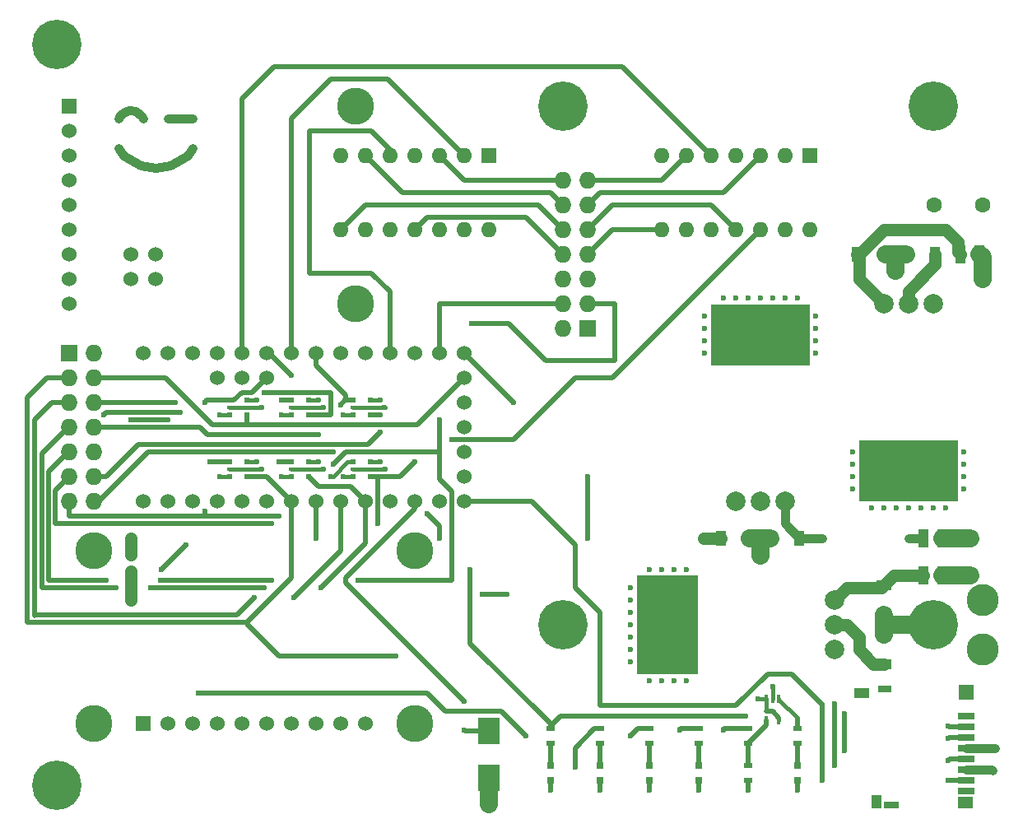
<source format=gbr>
G04 #@! TF.FileFunction,Copper,L1,Top,Signal*
%FSLAX46Y46*%
G04 Gerber Fmt 4.6, Leading zero omitted, Abs format (unit mm)*
G04 Created by KiCad (PCBNEW 4.0.6) date Tuesday, June 20, 2017 'PMt' 02:00:50 PM*
%MOMM*%
%LPD*%
G01*
G04 APERTURE LIST*
%ADD10C,0.100000*%
%ADD11R,1.600000X1.600000*%
%ADD12O,1.600000X1.600000*%
%ADD13R,1.000000X1.600000*%
%ADD14R,1.600000X1.000000*%
%ADD15C,1.524000*%
%ADD16R,0.400000X0.900000*%
%ADD17R,0.600000X0.600000*%
%ADD18R,0.600000X0.400000*%
%ADD19R,0.800000X0.600000*%
%ADD20R,1.000000X1.900000*%
%ADD21C,3.810000*%
%ADD22R,1.524000X1.524000*%
%ADD23C,3.300000*%
%ADD24R,0.797560X0.797560*%
%ADD25R,0.900000X0.500000*%
%ADD26R,2.160000X2.754000*%
%ADD27R,1.400000X0.800000*%
%ADD28R,1.550000X1.000000*%
%ADD29R,1.000000X1.450000*%
%ADD30R,1.500000X0.800000*%
%ADD31R,1.750000X0.700000*%
%ADD32R,1.500000X1.300000*%
%ADD33R,1.500000X1.500000*%
%ADD34C,5.080000*%
%ADD35R,1.727200X1.727200*%
%ADD36O,1.727200X1.727200*%
%ADD37C,0.600000*%
%ADD38C,2.000000*%
%ADD39R,10.160000X6.350000*%
%ADD40R,6.350000X10.160000*%
%ADD41C,1.600000*%
%ADD42C,0.890000*%
%ADD43C,1.900000*%
%ADD44C,0.500000*%
%ADD45C,0.400000*%
%ADD46C,1.270000*%
G04 APERTURE END LIST*
D10*
D11*
X165100000Y-78740000D03*
D12*
X149860000Y-86360000D03*
X162560000Y-78740000D03*
X152400000Y-86360000D03*
X160020000Y-78740000D03*
X154940000Y-86360000D03*
X157480000Y-78740000D03*
X157480000Y-86360000D03*
X154940000Y-78740000D03*
X160020000Y-86360000D03*
X152400000Y-78740000D03*
X162560000Y-86360000D03*
X149860000Y-78740000D03*
X165100000Y-86360000D03*
D11*
X198120000Y-78740000D03*
D12*
X182880000Y-86360000D03*
X195580000Y-78740000D03*
X185420000Y-86360000D03*
X193040000Y-78740000D03*
X187960000Y-86360000D03*
X190500000Y-78740000D03*
X190500000Y-86360000D03*
X187960000Y-78740000D03*
X193040000Y-86360000D03*
X185420000Y-78740000D03*
X195580000Y-86360000D03*
X182880000Y-78740000D03*
X198120000Y-86360000D03*
D13*
X211050000Y-88900000D03*
X208050000Y-88900000D03*
X202970000Y-88900000D03*
X205970000Y-88900000D03*
X189000000Y-118110000D03*
X192000000Y-118110000D03*
X197080000Y-118110000D03*
X194080000Y-118110000D03*
D14*
X205740000Y-131040000D03*
X205740000Y-128040000D03*
X205740000Y-122960000D03*
X205740000Y-125960000D03*
D15*
X128270000Y-88900000D03*
X130810000Y-88900000D03*
X128270000Y-91440000D03*
X130810000Y-91440000D03*
D16*
X193675000Y-134620000D03*
X194325000Y-134620000D03*
X194975000Y-134620000D03*
X194975000Y-136820000D03*
X193675000Y-136820000D03*
D17*
X138430000Y-111760000D03*
D18*
X138430000Y-111010000D03*
D17*
X138430000Y-110260000D03*
X140230000Y-110260000D03*
D18*
X140230000Y-111010000D03*
D17*
X140230000Y-111760000D03*
X144780000Y-111760000D03*
D18*
X144780000Y-111010000D03*
D17*
X144780000Y-110260000D03*
X146580000Y-110260000D03*
D18*
X146580000Y-111010000D03*
D17*
X146580000Y-111760000D03*
X151130000Y-111760000D03*
D18*
X151130000Y-111010000D03*
D17*
X151130000Y-110260000D03*
X152930000Y-110260000D03*
D18*
X152930000Y-111010000D03*
D17*
X152930000Y-111760000D03*
X151130000Y-105410000D03*
D18*
X151130000Y-104660000D03*
D17*
X151130000Y-103910000D03*
X152930000Y-103910000D03*
D18*
X152930000Y-104660000D03*
D17*
X152930000Y-105410000D03*
X144780000Y-105410000D03*
D18*
X144780000Y-104660000D03*
D17*
X144780000Y-103910000D03*
X146580000Y-103910000D03*
D18*
X146580000Y-104660000D03*
D17*
X146580000Y-105410000D03*
X138430000Y-105410000D03*
D18*
X138430000Y-104660000D03*
D17*
X138430000Y-103910000D03*
X140230000Y-103910000D03*
D18*
X140230000Y-104660000D03*
D17*
X140230000Y-105410000D03*
D19*
X128270000Y-119800000D03*
X128270000Y-121500000D03*
D20*
X211820000Y-118110000D03*
X209820000Y-118110000D03*
X211820000Y-121920000D03*
X209820000Y-121920000D03*
D21*
X151384000Y-73660000D03*
X151384000Y-93980000D03*
D22*
X121920000Y-73660000D03*
D15*
X121920000Y-76200000D03*
X121920000Y-78740000D03*
X121920000Y-81280000D03*
X121920000Y-83820000D03*
X121920000Y-86360000D03*
X121920000Y-88900000D03*
X121920000Y-91440000D03*
X121920000Y-93980000D03*
D21*
X124460000Y-137160000D03*
X124460000Y-119380000D03*
X157480000Y-119380000D03*
X157480000Y-137160000D03*
D22*
X129540000Y-137160000D03*
D15*
X132080000Y-137160000D03*
X134620000Y-137160000D03*
X137160000Y-137160000D03*
X139700000Y-137160000D03*
X142240000Y-137160000D03*
X144780000Y-137160000D03*
X147320000Y-137160000D03*
X149860000Y-137160000D03*
X152400000Y-137160000D03*
D23*
X215900000Y-129540000D03*
X215900000Y-124460000D03*
D24*
X171450000Y-141490700D03*
X171450000Y-142989300D03*
X176530000Y-141490700D03*
X176530000Y-142989300D03*
X181610000Y-141490700D03*
X181610000Y-142989300D03*
X186690000Y-141490700D03*
X186690000Y-142989300D03*
X196850000Y-141490700D03*
X196850000Y-142989300D03*
D25*
X171450000Y-139180000D03*
X171450000Y-137680000D03*
X176530000Y-139180000D03*
X176530000Y-137680000D03*
X181610000Y-139180000D03*
X181610000Y-137680000D03*
X186690000Y-139180000D03*
X186690000Y-137680000D03*
X196850000Y-139180000D03*
X196850000Y-137680000D03*
X191770000Y-139180000D03*
X191770000Y-137680000D03*
X191770000Y-142990000D03*
X191770000Y-141490000D03*
D26*
X165100000Y-142748000D03*
X165100000Y-137922000D03*
D27*
X205880000Y-133600000D03*
D28*
X203455000Y-134000000D03*
D29*
X205030000Y-145225000D03*
D30*
X206530000Y-145550000D03*
D31*
X214255000Y-144100000D03*
X214255000Y-143000000D03*
X214255000Y-141900000D03*
X214255000Y-140800000D03*
X214255000Y-139700000D03*
X214255000Y-138600000D03*
X214255000Y-137500000D03*
X214255000Y-136400000D03*
D32*
X214130000Y-145300000D03*
D33*
X214280000Y-133950000D03*
D34*
X172720000Y-127000000D03*
X210820000Y-127000000D03*
X210820000Y-73660000D03*
D35*
X175260000Y-96520000D03*
D36*
X172720000Y-96520000D03*
X175260000Y-93980000D03*
X172720000Y-93980000D03*
X175260000Y-91440000D03*
X172720000Y-91440000D03*
X175260000Y-88900000D03*
X172720000Y-88900000D03*
X175260000Y-86360000D03*
X172720000Y-86360000D03*
X175260000Y-83820000D03*
X172720000Y-83820000D03*
X175260000Y-81280000D03*
X172720000Y-81280000D03*
D34*
X172720000Y-73660000D03*
D35*
X121920000Y-99060000D03*
D36*
X124460000Y-99060000D03*
X121920000Y-101600000D03*
X124460000Y-101600000D03*
X121920000Y-104140000D03*
X124460000Y-104140000D03*
X121920000Y-106680000D03*
X124460000Y-106680000D03*
X121920000Y-109220000D03*
X124460000Y-109220000D03*
X121920000Y-111760000D03*
X124460000Y-111760000D03*
X121920000Y-114300000D03*
X124460000Y-114300000D03*
D34*
X120650000Y-67310000D03*
X120650000Y-143510000D03*
D37*
X204470000Y-114935000D03*
X205740000Y-114935000D03*
X207010000Y-114935000D03*
X212090000Y-114935000D03*
X210820000Y-114935000D03*
X209550000Y-114935000D03*
X208280000Y-114935000D03*
X213995000Y-113030000D03*
X213995000Y-111760000D03*
X213995000Y-110490000D03*
X213995000Y-109220000D03*
X202565000Y-109220000D03*
X202565000Y-110490000D03*
X202565000Y-111760000D03*
X202565000Y-113030000D03*
D38*
X210820000Y-93980000D03*
X208280000Y-93980000D03*
X205740000Y-93980000D03*
D39*
X208280000Y-111125000D03*
D37*
X196850000Y-93345000D03*
X195580000Y-93345000D03*
X194310000Y-93345000D03*
X189230000Y-93345000D03*
X190500000Y-93345000D03*
X191770000Y-93345000D03*
X193040000Y-93345000D03*
X187325000Y-95250000D03*
X187325000Y-96520000D03*
X187325000Y-97790000D03*
X187325000Y-99060000D03*
X198755000Y-99060000D03*
X198755000Y-97790000D03*
X198755000Y-96520000D03*
X198755000Y-95250000D03*
D38*
X190500000Y-114300000D03*
X193040000Y-114300000D03*
X195580000Y-114300000D03*
D39*
X193040000Y-97155000D03*
D37*
X179705000Y-123190000D03*
X179705000Y-124460000D03*
X179705000Y-125730000D03*
X179705000Y-130810000D03*
X179705000Y-129540000D03*
X179705000Y-128270000D03*
X179705000Y-127000000D03*
X181610000Y-132715000D03*
X182880000Y-132715000D03*
X184150000Y-132715000D03*
X185420000Y-132715000D03*
X185420000Y-121285000D03*
X184150000Y-121285000D03*
X182880000Y-121285000D03*
X181610000Y-121285000D03*
D38*
X200660000Y-129540000D03*
X200660000Y-127000000D03*
X200660000Y-124460000D03*
D40*
X183515000Y-127000000D03*
D20*
X215630000Y-88900000D03*
X213630000Y-88900000D03*
D41*
X215900000Y-83820000D03*
X210900000Y-83820000D03*
D15*
X129540000Y-114300000D03*
X132080000Y-114300000D03*
X134620000Y-114300000D03*
X137160000Y-114300000D03*
X139700000Y-114300000D03*
X142240000Y-114300000D03*
X144780000Y-114300000D03*
X147320000Y-114300000D03*
X149860000Y-114300000D03*
X152400000Y-114300000D03*
X154940000Y-114300000D03*
X157480000Y-114300000D03*
X160020000Y-114300000D03*
X162560000Y-114300000D03*
X162560000Y-99060000D03*
X160020000Y-99060000D03*
X157480000Y-99060000D03*
X154940000Y-99060000D03*
X152400000Y-99060000D03*
X149860000Y-99060000D03*
X147320000Y-99060000D03*
X144780000Y-99060000D03*
X142240000Y-99060000D03*
X139700000Y-99060000D03*
X137160000Y-99060000D03*
X134620000Y-99060000D03*
X132080000Y-99060000D03*
X129540000Y-99060000D03*
X137160000Y-101600000D03*
X139700000Y-101600000D03*
X142240000Y-101600000D03*
X162560000Y-101600000D03*
X162560000Y-104140000D03*
X162560000Y-106680000D03*
X162560000Y-109220000D03*
X162560000Y-111760000D03*
D37*
X165100000Y-145415000D03*
X176530000Y-144018000D03*
X171450000Y-144018000D03*
X181610000Y-144018000D03*
X186690000Y-144018000D03*
X191770000Y-144018000D03*
X196850000Y-144018000D03*
X194310000Y-133350000D03*
X193040000Y-119888000D03*
X150114000Y-111760000D03*
X153924000Y-110236000D03*
X143764000Y-111760000D03*
X147574000Y-110236000D03*
X141224000Y-110236000D03*
X137414000Y-111760000D03*
X153924000Y-103886000D03*
X150114000Y-105410000D03*
X147574000Y-103886000D03*
X143764000Y-105410000D03*
X141224000Y-103886000D03*
X137414000Y-105410000D03*
X216916000Y-141986000D03*
X207000000Y-90600000D03*
X147320000Y-118110000D03*
X192786000Y-134620000D03*
X217170000Y-139700000D03*
X128270000Y-124460000D03*
X161290000Y-107950000D03*
X164465000Y-123825000D03*
X167005000Y-123825000D03*
X187198000Y-118110000D03*
X141732000Y-104648000D03*
X154432000Y-110998000D03*
X148082000Y-110998000D03*
X141732000Y-110998000D03*
X154420000Y-104660000D03*
X148082000Y-104648000D03*
X140970000Y-124206000D03*
X136398000Y-110236000D03*
X145034000Y-124206000D03*
X155575000Y-130175000D03*
X184785000Y-137795000D03*
X143510000Y-110236000D03*
X149098000Y-110490000D03*
X151638000Y-122428000D03*
X142748000Y-122428000D03*
X131318000Y-122428000D03*
X125730000Y-122428000D03*
X160020000Y-105918000D03*
X126746000Y-123190000D03*
X130302000Y-123190000D03*
X141986000Y-123190000D03*
X147828000Y-123190000D03*
X173990000Y-141605000D03*
X135890000Y-115316000D03*
X143510000Y-115824000D03*
X148844000Y-111760000D03*
X163322000Y-96012000D03*
X157480000Y-110236000D03*
X153670000Y-116586000D03*
X142748000Y-116586000D03*
X149860000Y-104394000D03*
X149098000Y-109220000D03*
X144780000Y-101346000D03*
X153924000Y-107188000D03*
X153924000Y-105410000D03*
X143764000Y-103886000D03*
X141986000Y-103124000D03*
X147574000Y-105410000D03*
X147574000Y-107442000D03*
X135890000Y-104140000D03*
X132842000Y-104140000D03*
X128270000Y-118110000D03*
X179705000Y-138430000D03*
X168910000Y-138430000D03*
X135255000Y-133985000D03*
X131445000Y-121285000D03*
X133985000Y-118745000D03*
X128270000Y-105918000D03*
X132080000Y-105918000D03*
X125476000Y-105410000D03*
X133350000Y-105156000D03*
X212344000Y-138684000D03*
X191516000Y-136398000D03*
X201676000Y-139954000D03*
X201676000Y-136144000D03*
X163195000Y-121285000D03*
X160020000Y-118110000D03*
X158750000Y-115570000D03*
X199390000Y-143002000D03*
X212344000Y-143002000D03*
X175260000Y-118110000D03*
X167640000Y-104140000D03*
X175260000Y-111760000D03*
X212344000Y-140970000D03*
X200660000Y-141478000D03*
X200660000Y-135128000D03*
X162560000Y-134874000D03*
X212344000Y-137414000D03*
X162560000Y-137795000D03*
X199390000Y-118110000D03*
X208280000Y-118110000D03*
X189230000Y-137795000D03*
X214630000Y-121920000D03*
X214630000Y-118110000D03*
X215900000Y-91440000D03*
D42*
X134620000Y-77978000D02*
X134112000Y-78740000D01*
X127508000Y-78740000D02*
X129286000Y-79756000D01*
X129286000Y-79756000D02*
X130810000Y-80010000D01*
X130810000Y-80010000D02*
X132334000Y-79756000D01*
X132334000Y-79756000D02*
X134112000Y-78740000D01*
X127000000Y-77978000D02*
X127508000Y-78740000D01*
X129540000Y-74930000D02*
X129387600Y-74625200D01*
X127193040Y-74594720D02*
X127000000Y-74930000D01*
X127762000Y-74168000D02*
X127193040Y-74594720D01*
X128259840Y-74096880D02*
X127762000Y-74168000D01*
X128778000Y-74168000D02*
X128259840Y-74096880D01*
X129387600Y-74625200D02*
X128778000Y-74168000D01*
X134620000Y-74930000D02*
X132080000Y-74930000D01*
D43*
X165100000Y-142748000D02*
X165100000Y-145415000D01*
D44*
X176530000Y-142989300D02*
X176530000Y-144018000D01*
X171450000Y-142989300D02*
X171450000Y-144018000D01*
X181610000Y-142989300D02*
X181610000Y-144018000D01*
X186690000Y-142989300D02*
X186690000Y-144018000D01*
X191770000Y-142990000D02*
X191770000Y-144018000D01*
X196850000Y-142989300D02*
X196850000Y-144018000D01*
D45*
X194325000Y-134620000D02*
X194325000Y-133365000D01*
X194325000Y-133365000D02*
X194310000Y-133350000D01*
D43*
X193040000Y-118110000D02*
X193040000Y-119888000D01*
D45*
X151130000Y-111760000D02*
X150114000Y-111760000D01*
X152930000Y-110260000D02*
X153900000Y-110260000D01*
X153900000Y-110260000D02*
X153924000Y-110236000D01*
X144780000Y-111760000D02*
X143764000Y-111760000D01*
X146580000Y-110260000D02*
X147550000Y-110260000D01*
X147550000Y-110260000D02*
X147574000Y-110236000D01*
X140230000Y-110260000D02*
X141200000Y-110260000D01*
X141200000Y-110260000D02*
X141224000Y-110236000D01*
X138430000Y-111760000D02*
X137414000Y-111760000D01*
X152930000Y-103910000D02*
X153900000Y-103910000D01*
X153900000Y-103910000D02*
X153924000Y-103886000D01*
X151130000Y-105410000D02*
X150114000Y-105410000D01*
X146580000Y-103910000D02*
X147550000Y-103910000D01*
X147550000Y-103910000D02*
X147574000Y-103886000D01*
X144780000Y-105410000D02*
X143764000Y-105410000D01*
X140230000Y-103910000D02*
X141200000Y-103910000D01*
X141200000Y-103910000D02*
X141224000Y-103886000D01*
X138430000Y-105410000D02*
X137414000Y-105410000D01*
D43*
X192000000Y-118110000D02*
X193040000Y-118110000D01*
X193040000Y-118110000D02*
X194080000Y-118110000D01*
D42*
X214255000Y-141900000D02*
X216830000Y-141900000D01*
X216830000Y-141900000D02*
X216916000Y-141986000D01*
D43*
X205740000Y-125960000D02*
X205740000Y-128040000D01*
X205740000Y-128040000D02*
X205740000Y-127000000D01*
X205740000Y-127000000D02*
X210820000Y-127000000D01*
X207010000Y-88900000D02*
X207000000Y-90600000D01*
X208050000Y-88900000D02*
X207010000Y-88900000D01*
X207010000Y-88900000D02*
X205970000Y-88900000D01*
D44*
X149860000Y-86360000D02*
X152400000Y-83820000D01*
X170180000Y-83820000D02*
X172720000Y-86360000D01*
X152400000Y-83820000D02*
X170180000Y-83820000D01*
X144780000Y-99060000D02*
X144780000Y-74930000D01*
X154686000Y-70866000D02*
X162560000Y-78740000D01*
X148844000Y-70866000D02*
X154686000Y-70866000D01*
X144780000Y-74930000D02*
X148844000Y-70866000D01*
X147320000Y-118110000D02*
X147320000Y-114300000D01*
X160020000Y-78740000D02*
X162560000Y-81280000D01*
X162560000Y-81280000D02*
X172720000Y-81280000D01*
X157480000Y-86360000D02*
X158750000Y-85090000D01*
X168910000Y-85090000D02*
X172720000Y-88900000D01*
X158750000Y-85090000D02*
X168910000Y-85090000D01*
X154940000Y-99060000D02*
X154940000Y-92710000D01*
X153035000Y-76200000D02*
X154940000Y-78105000D01*
X146685000Y-76200000D02*
X153035000Y-76200000D01*
X146685000Y-90805000D02*
X146685000Y-76200000D01*
X153035000Y-90805000D02*
X146685000Y-90805000D01*
X154940000Y-92710000D02*
X153035000Y-90805000D01*
X154940000Y-78105000D02*
X154940000Y-78740000D01*
X152400000Y-78740000D02*
X156210000Y-82550000D01*
X171450000Y-82550000D02*
X172720000Y-83820000D01*
X156210000Y-82550000D02*
X171450000Y-82550000D01*
D45*
X193675000Y-134620000D02*
X192786000Y-134620000D01*
X193675000Y-134620000D02*
X193675000Y-135890000D01*
D44*
X193675000Y-135890000D02*
X194310000Y-135890000D01*
X194310000Y-135890000D02*
X194975000Y-136555000D01*
D45*
X194975000Y-136555000D02*
X194975000Y-136820000D01*
D42*
X214255000Y-139700000D02*
X217170000Y-139700000D01*
D46*
X205740000Y-131040000D02*
X204700000Y-131040000D01*
X201930000Y-127000000D02*
X200660000Y-127000000D01*
X203200000Y-128270000D02*
X201930000Y-127000000D01*
X203200000Y-129540000D02*
X203200000Y-128270000D01*
X204700000Y-131040000D02*
X203200000Y-129540000D01*
X128270000Y-124460000D02*
X128270000Y-121500000D01*
D44*
X190500000Y-86360000D02*
X187960000Y-83820000D01*
X177800000Y-83820000D02*
X175260000Y-86360000D01*
X187960000Y-83820000D02*
X177800000Y-83820000D01*
X139700000Y-99060000D02*
X139700000Y-72898000D01*
X178816000Y-69596000D02*
X187960000Y-78740000D01*
X143002000Y-69596000D02*
X178816000Y-69596000D01*
X139700000Y-72898000D02*
X143002000Y-69596000D01*
X177800000Y-101600000D02*
X193040000Y-86360000D01*
X173990000Y-101600000D02*
X177800000Y-101600000D01*
X167640000Y-107950000D02*
X173990000Y-101600000D01*
X161290000Y-107950000D02*
X167640000Y-107950000D01*
X185420000Y-78740000D02*
X182880000Y-81280000D01*
X182880000Y-81280000D02*
X175260000Y-81280000D01*
X182880000Y-86360000D02*
X177800000Y-86360000D01*
X177800000Y-86360000D02*
X175260000Y-88900000D01*
X164465000Y-123825000D02*
X167005000Y-123825000D01*
X193040000Y-78740000D02*
X189230000Y-82550000D01*
X176530000Y-82550000D02*
X175260000Y-83820000D01*
X189230000Y-82550000D02*
X176530000Y-82550000D01*
D46*
X211050000Y-88900000D02*
X211050000Y-89940000D01*
X208280000Y-92710000D02*
X208280000Y-93980000D01*
X211050000Y-89940000D02*
X208280000Y-92710000D01*
X187198000Y-118110000D02*
X189000000Y-118110000D01*
D45*
X140230000Y-104660000D02*
X141720000Y-104660000D01*
X141720000Y-104660000D02*
X141732000Y-104648000D01*
X152930000Y-111010000D02*
X154420000Y-111010000D01*
X154420000Y-111010000D02*
X154432000Y-110998000D01*
X146580000Y-111010000D02*
X148070000Y-111010000D01*
X148070000Y-111010000D02*
X148082000Y-110998000D01*
X140230000Y-111010000D02*
X141720000Y-111010000D01*
X141720000Y-111010000D02*
X141732000Y-110998000D01*
X154420000Y-104660000D02*
X154432000Y-104648000D01*
X152930000Y-104660000D02*
X154420000Y-104660000D01*
X146580000Y-104660000D02*
X148070000Y-104660000D01*
X148070000Y-104660000D02*
X148082000Y-104648000D01*
X151130000Y-111010000D02*
X152930000Y-111010000D01*
X144780000Y-111010000D02*
X146580000Y-111010000D01*
X138430000Y-111010000D02*
X140230000Y-111010000D01*
X151130000Y-104660000D02*
X152930000Y-104660000D01*
X144780000Y-104660000D02*
X146580000Y-104660000D01*
X138430000Y-104660000D02*
X140230000Y-104660000D01*
X194975000Y-134620000D02*
X194975000Y-134650000D01*
X194975000Y-134650000D02*
X196850000Y-136525000D01*
D44*
X196850000Y-136525000D02*
X196850000Y-137680000D01*
X191770000Y-141490000D02*
X191770000Y-139180000D01*
X191770000Y-139180000D02*
X193675000Y-137275000D01*
X193675000Y-137275000D02*
X193675000Y-136820000D01*
X139192000Y-125984000D02*
X140970000Y-124206000D01*
X120142000Y-104140000D02*
X118364000Y-105918000D01*
X118364000Y-105918000D02*
X118364000Y-126045998D01*
X118364000Y-126045998D02*
X118425998Y-125984000D01*
X118425998Y-125984000D02*
X139192000Y-125984000D01*
X121920000Y-104140000D02*
X120142000Y-104140000D01*
X136422000Y-110260000D02*
X138430000Y-110260000D01*
X136398000Y-110236000D02*
X136422000Y-110260000D01*
X149860000Y-119380000D02*
X149860000Y-114300000D01*
X145034000Y-124206000D02*
X149860000Y-119380000D01*
X140208000Y-126873000D02*
X143510000Y-130175000D01*
X143510000Y-130175000D02*
X155575000Y-130175000D01*
X140208000Y-126746000D02*
X140208000Y-126873000D01*
X184900000Y-137680000D02*
X186690000Y-137680000D01*
X184785000Y-137795000D02*
X184900000Y-137680000D01*
X144780000Y-114300000D02*
X142240000Y-111760000D01*
X142240000Y-111760000D02*
X140230000Y-111760000D01*
X121920000Y-101600000D02*
X119634000Y-101600000D01*
X144780000Y-122174000D02*
X144780000Y-114300000D01*
X140208000Y-126746000D02*
X144780000Y-122174000D01*
X117602000Y-126746000D02*
X140208000Y-126746000D01*
X117602000Y-103632000D02*
X117602000Y-126746000D01*
X119634000Y-101600000D02*
X117602000Y-103632000D01*
X160020000Y-99060000D02*
X160020000Y-93980000D01*
X160020000Y-93980000D02*
X172720000Y-93980000D01*
X160020000Y-109220000D02*
X150368000Y-109220000D01*
X143534000Y-110260000D02*
X144780000Y-110260000D01*
X143510000Y-110236000D02*
X143534000Y-110260000D01*
X150368000Y-109220000D02*
X149098000Y-110490000D01*
X161290000Y-113284000D02*
X160020000Y-112014000D01*
X151638000Y-122428000D02*
X161290000Y-122428000D01*
X131318000Y-122428000D02*
X142748000Y-122428000D01*
X119826002Y-122428000D02*
X125730000Y-122428000D01*
X119826002Y-111252000D02*
X119826002Y-122428000D01*
X121858002Y-109220000D02*
X119826002Y-111252000D01*
X161290000Y-122428000D02*
X161290000Y-113284000D01*
X160020000Y-112014000D02*
X160020000Y-109220000D01*
X160020000Y-109220000D02*
X160020000Y-105918000D01*
X121920000Y-109220000D02*
X121858002Y-109220000D01*
X152400000Y-114300000D02*
X150876000Y-112776000D01*
X147596000Y-112776000D02*
X146580000Y-111760000D01*
X150876000Y-112776000D02*
X147596000Y-112776000D01*
X121920000Y-106680000D02*
X121858002Y-106680000D01*
X121858002Y-106680000D02*
X119126000Y-109412002D01*
X119126000Y-109412002D02*
X119126000Y-123128002D01*
X119126000Y-123128002D02*
X119187998Y-123190000D01*
X119187998Y-123190000D02*
X126746000Y-123190000D01*
X130302000Y-123190000D02*
X141986000Y-123190000D01*
X147828000Y-123190000D02*
X152400000Y-118618000D01*
X152400000Y-118618000D02*
X152400000Y-114300000D01*
X176010000Y-137680000D02*
X176530000Y-137680000D01*
X173990000Y-139700000D02*
X176010000Y-137680000D01*
X173990000Y-141605000D02*
X173990000Y-139700000D01*
X135890000Y-115824000D02*
X135890000Y-115316000D01*
D45*
X151130000Y-110260000D02*
X150598000Y-110260000D01*
D44*
X121920000Y-115824000D02*
X121920000Y-114300000D01*
X121920000Y-115824000D02*
X135890000Y-115824000D01*
X135890000Y-115824000D02*
X143510000Y-115824000D01*
D45*
X149098000Y-111760000D02*
X148844000Y-111760000D01*
X150598000Y-110260000D02*
X149098000Y-111760000D01*
D44*
X163322000Y-96012000D02*
X167132000Y-96012000D01*
X178054000Y-93980000D02*
X175260000Y-93980000D01*
X178054000Y-99822000D02*
X178054000Y-93980000D01*
X170942000Y-99822000D02*
X178054000Y-99822000D01*
X167132000Y-96012000D02*
X170942000Y-99822000D01*
X153670000Y-111760000D02*
X155956000Y-111760000D01*
X155956000Y-111760000D02*
X157480000Y-110236000D01*
X120526004Y-116586000D02*
X142748000Y-116586000D01*
X120526004Y-113157000D02*
X120526004Y-116586000D01*
X121920000Y-111763004D02*
X120526004Y-113157000D01*
X153670000Y-111760000D02*
X152930000Y-111760000D01*
X153670000Y-116332000D02*
X153670000Y-111760000D01*
X121920000Y-111760000D02*
X121920000Y-111763004D01*
X150368000Y-103910000D02*
X150368000Y-103378000D01*
X147320000Y-100330000D02*
X147320000Y-99060000D01*
X150368000Y-103378000D02*
X147320000Y-100330000D01*
X130048000Y-109220000D02*
X149098000Y-109220000D01*
X124968000Y-114300000D02*
X130048000Y-109220000D01*
X150344000Y-103910000D02*
X150368000Y-103910000D01*
X150368000Y-103910000D02*
X151130000Y-103910000D01*
X149860000Y-104394000D02*
X150344000Y-103910000D01*
X124460000Y-114300000D02*
X124968000Y-114300000D01*
X144780000Y-101346000D02*
X142494000Y-99060000D01*
X142494000Y-99060000D02*
X142240000Y-99060000D01*
X152930000Y-105410000D02*
X153924000Y-105410000D01*
X125730000Y-111760000D02*
X124460000Y-111760000D01*
X129032000Y-108458000D02*
X125730000Y-111760000D01*
X152654000Y-108458000D02*
X129032000Y-108458000D01*
X153924000Y-107188000D02*
X152654000Y-108458000D01*
X143788000Y-103910000D02*
X144780000Y-103910000D01*
X143764000Y-103886000D02*
X143788000Y-103910000D01*
X148844000Y-103124000D02*
X141986000Y-103124000D01*
X147574000Y-105410000D02*
X148844000Y-105410000D01*
X148844000Y-103124000D02*
X148844000Y-105410000D01*
X136144000Y-107442000D02*
X147574000Y-107442000D01*
X135382000Y-106680000D02*
X136144000Y-107442000D01*
X124460000Y-106680000D02*
X135382000Y-106680000D01*
X147574000Y-105410000D02*
X146580000Y-105410000D01*
X138430000Y-103910000D02*
X138914000Y-103910000D01*
X140716000Y-103124000D02*
X142240000Y-101600000D01*
X139700000Y-103124000D02*
X140716000Y-103124000D01*
X138914000Y-103910000D02*
X139700000Y-103124000D01*
X124460000Y-104140000D02*
X132842000Y-104140000D01*
X136120000Y-103910000D02*
X138430000Y-103910000D01*
X135890000Y-104140000D02*
X136120000Y-103910000D01*
X140230000Y-106404000D02*
X157756000Y-106404000D01*
X157756000Y-106404000D02*
X162560000Y-101600000D01*
X124460000Y-101600000D02*
X131826000Y-101600000D01*
X140230000Y-106404000D02*
X140230000Y-105410000D01*
X140208000Y-106426000D02*
X140230000Y-106404000D01*
X136652000Y-106426000D02*
X140208000Y-106426000D01*
X131826000Y-101600000D02*
X136652000Y-106426000D01*
D46*
X128270000Y-119800000D02*
X128270000Y-118110000D01*
D44*
X180455000Y-137680000D02*
X181610000Y-137680000D01*
X179705000Y-138430000D02*
X180455000Y-137680000D01*
X166370000Y-135890000D02*
X168910000Y-138430000D01*
X160655000Y-135890000D02*
X166370000Y-135890000D01*
X158750000Y-133985000D02*
X160655000Y-135890000D01*
X135255000Y-133985000D02*
X158750000Y-133985000D01*
X133985000Y-118745000D02*
X131445000Y-121285000D01*
X132080000Y-105918000D02*
X128270000Y-105918000D01*
X125730000Y-105156000D02*
X125476000Y-105410000D01*
X133350000Y-105156000D02*
X125730000Y-105156000D01*
X171450000Y-139180000D02*
X171450000Y-141490700D01*
X176530000Y-139180000D02*
X176530000Y-141490700D01*
X181610000Y-139180000D02*
X181610000Y-141490700D01*
X186690000Y-139180000D02*
X186690000Y-141490700D01*
X196850000Y-139180000D02*
X196850000Y-141490700D01*
X212344000Y-138684000D02*
X212428000Y-138600000D01*
X214255000Y-138600000D02*
X212428000Y-138600000D01*
X171450000Y-137414000D02*
X171450000Y-137680000D01*
X172466000Y-136398000D02*
X191516000Y-136398000D01*
X171450000Y-137414000D02*
X172466000Y-136398000D01*
X201676000Y-136144000D02*
X201676000Y-139954000D01*
X171450000Y-137160000D02*
X171450000Y-137680000D01*
X163195000Y-128905000D02*
X171450000Y-137160000D01*
X163195000Y-121285000D02*
X163195000Y-128905000D01*
X160020000Y-116840000D02*
X160020000Y-118110000D01*
X158750000Y-115570000D02*
X160020000Y-116840000D01*
X199390000Y-135128000D02*
X199378192Y-135128000D01*
X199390000Y-135128000D02*
X199390000Y-143002000D01*
X212344000Y-143002000D02*
X212346000Y-143000000D01*
X214255000Y-143000000D02*
X212346000Y-143000000D01*
X169545000Y-114300000D02*
X162560000Y-114300000D01*
X190500000Y-135255000D02*
X193801863Y-132085904D01*
X176530000Y-135255000D02*
X190500000Y-135255000D01*
X176530000Y-125730000D02*
X176530000Y-135255000D01*
X173990000Y-123190000D02*
X176530000Y-125730000D01*
X173990000Y-118745000D02*
X173990000Y-123190000D01*
X169545000Y-114300000D02*
X173990000Y-118745000D01*
X193801863Y-132085904D02*
X196336096Y-132085904D01*
X199378192Y-135128000D02*
X196336096Y-132085904D01*
X162560000Y-99060000D02*
X167640000Y-104140000D01*
X175260000Y-111760000D02*
X175260000Y-118110000D01*
X212514000Y-140800000D02*
X214255000Y-140800000D01*
X212344000Y-140970000D02*
X212514000Y-140800000D01*
X200660000Y-135128000D02*
X200660000Y-141478000D01*
X150368000Y-122682000D02*
X162560000Y-134874000D01*
X150368000Y-122174000D02*
X150368000Y-122682000D01*
X157480000Y-115062000D02*
X150368000Y-122174000D01*
X212430000Y-137500000D02*
X214255000Y-137500000D01*
X212344000Y-137414000D02*
X212430000Y-137500000D01*
X157480000Y-114300000D02*
X157480000Y-115062000D01*
X162687000Y-137922000D02*
X165100000Y-137922000D01*
X162560000Y-137795000D02*
X162687000Y-137922000D01*
D46*
X212090000Y-86360000D02*
X213360000Y-87630000D01*
X203200000Y-88900000D02*
X205740000Y-86360000D01*
X212090000Y-86360000D02*
X205740000Y-86360000D01*
X213360000Y-87630000D02*
X213360000Y-88630000D01*
X213360000Y-88630000D02*
X213630000Y-88900000D01*
X202970000Y-88900000D02*
X203200000Y-88900000D01*
X205740000Y-93980000D02*
X203200000Y-91440000D01*
X203200000Y-91440000D02*
X203200000Y-89130000D01*
X203200000Y-89130000D02*
X202970000Y-88900000D01*
D42*
X209820000Y-118110000D02*
X208280000Y-118110000D01*
X199390000Y-118110000D02*
X197080000Y-118110000D01*
X197080000Y-118110000D02*
X195580000Y-116610000D01*
X195580000Y-116610000D02*
X195580000Y-114300000D01*
D46*
X209820000Y-121920000D02*
X206780000Y-121920000D01*
X206780000Y-121920000D02*
X205510000Y-123190000D01*
X205510000Y-123190000D02*
X201930000Y-123190000D01*
X201930000Y-123190000D02*
X200660000Y-124460000D01*
D44*
X189345000Y-137680000D02*
X191770000Y-137680000D01*
X189230000Y-137795000D02*
X189345000Y-137680000D01*
D43*
X214630000Y-121920000D02*
X211820000Y-121920000D01*
X211820000Y-118110000D02*
X214630000Y-118110000D01*
X215900000Y-91440000D02*
X215900000Y-89170000D01*
X215900000Y-89170000D02*
X215630000Y-88900000D01*
M02*

</source>
